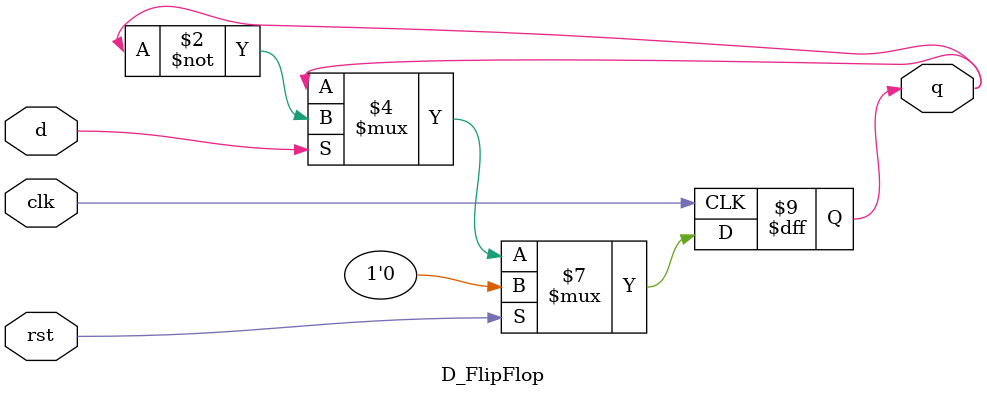
<source format=v>
`timescale 1ns / 1ps
module D_FlipFlop(output reg q, input clk,rst,d);


always@(posedge clk)
begin
if(rst)
    q<=0;
else 
begin 
if(d) 
    q<=~q;
 else
    q<=q;
end
end
endmodule

</source>
